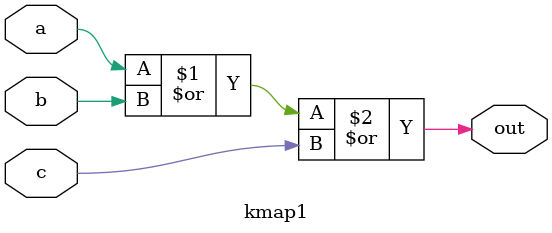
<source format=v>
module kmap1(
  input a,
  input b,
  input c,
  output out

);

  assign out = (a | b | c);

endmodule




</source>
